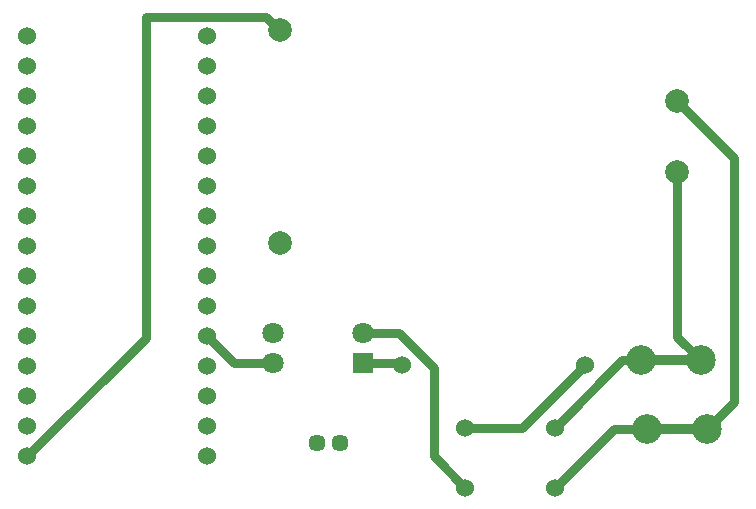
<source format=gtl>
G04 Layer: TopLayer*
G04 EasyEDA v6.4.25, 2022-04-24T12:17:40--3:00*
G04 602a4f6619a94e3489c8bc082f1fd867,10*
G04 Gerber Generator version 0.2*
G04 Scale: 100 percent, Rotated: No, Reflected: No *
G04 Dimensions in millimeters *
G04 leading zeros omitted , absolute positions ,4 integer and 5 decimal *
%FSLAX45Y45*%
%MOMM*%

%ADD11C,0.8000*%
%ADD12C,0.8300*%
%ADD13C,1.4478*%
%ADD14C,2.5000*%
%ADD15C,1.5240*%
%ADD16C,2.0000*%
%ADD17R,1.8000X1.8000*%
%ADD18C,1.8000*%

%LPD*%
D11*
X2933700Y1485900D02*
G01*
X2603500Y1485900D01*
X2374900Y1714500D01*
X6353609Y3703599D02*
G01*
X6832600Y3224603D01*
X6832600Y1155700D01*
X6604000Y927100D01*
X2993618Y4303598D02*
G01*
X2877616Y4419600D01*
X1854200Y4419600D01*
X1854200Y1701800D01*
X850900Y698500D01*
X4025615Y1473200D02*
G01*
X4012915Y1485900D01*
X3695700Y1485900D01*
X4559300Y430806D02*
G01*
X4292600Y697506D01*
X4292600Y1447800D01*
X4000500Y1739900D01*
X3695700Y1739900D01*
X4559300Y940793D02*
G01*
X5043172Y940793D01*
X5575579Y1473200D01*
X6045200Y1511300D02*
G01*
X5891806Y1511300D01*
X5321300Y940793D01*
X6096000Y927100D02*
G01*
X5817593Y927100D01*
X5321300Y430806D01*
X6353609Y3103600D02*
G01*
X6353609Y1710890D01*
X6553200Y1511300D01*
D12*
X6096000Y927100D02*
G01*
X6598894Y927100D01*
X6045200Y1511300D02*
G01*
X6548094Y1511300D01*
D13*
G01*
X3502659Y812800D03*
G01*
X3304540Y812800D03*
D14*
G01*
X6096000Y927100D03*
G01*
X6603994Y927100D03*
G01*
X6045200Y1511300D03*
G01*
X6553194Y1511300D03*
D15*
G01*
X4025610Y1473200D03*
G01*
X5575589Y1473200D03*
G01*
X4559300Y430809D03*
G01*
X4559300Y940790D03*
G01*
X5321300Y430809D03*
G01*
X5321300Y940790D03*
D16*
G01*
X2993605Y4303598D03*
G01*
X2993605Y2503601D03*
G01*
X6353594Y3703599D03*
G01*
X6353594Y3103600D03*
D17*
G01*
X3695700Y1485900D03*
D18*
G01*
X3695700Y1739900D03*
G01*
X2933700Y1739900D03*
G01*
X2933700Y1485900D03*
D15*
G01*
X2374900Y698500D03*
G01*
X2374900Y952500D03*
G01*
X2374900Y1206500D03*
G01*
X2374900Y1460500D03*
G01*
X2374900Y1714500D03*
G01*
X2374900Y1968500D03*
G01*
X2374900Y2222500D03*
G01*
X2374900Y2476500D03*
G01*
X2374900Y2730500D03*
G01*
X2374900Y2984500D03*
G01*
X2374900Y3238500D03*
G01*
X2374900Y3492500D03*
G01*
X2374900Y3746500D03*
G01*
X2374900Y4000500D03*
G01*
X2374900Y4254500D03*
G01*
X850900Y4254500D03*
G01*
X850900Y4000500D03*
G01*
X850900Y3746500D03*
G01*
X850900Y3492500D03*
G01*
X850900Y3238500D03*
G01*
X850900Y2984500D03*
G01*
X850900Y2730500D03*
G01*
X850900Y2476500D03*
G01*
X850900Y2222500D03*
G01*
X850900Y1968500D03*
G01*
X850900Y1714500D03*
G01*
X850900Y1460500D03*
G01*
X850900Y1206500D03*
G01*
X850900Y952500D03*
G01*
X850900Y698500D03*
M02*

</source>
